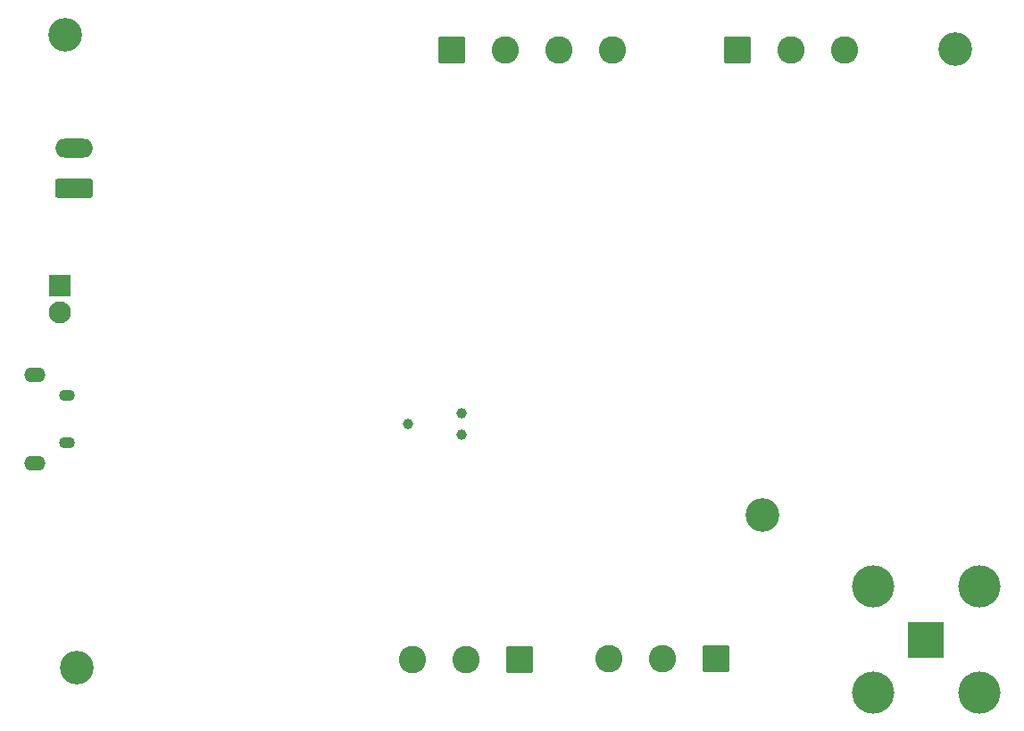
<source format=gbr>
%TF.GenerationSoftware,KiCad,Pcbnew,9.0.6*%
%TF.CreationDate,2025-12-23T13:53:16+01:00*%
%TF.ProjectId,demo wateranalyser,64656d6f-2077-4617-9465-72616e616c79,rev?*%
%TF.SameCoordinates,Original*%
%TF.FileFunction,Soldermask,Bot*%
%TF.FilePolarity,Negative*%
%FSLAX46Y46*%
G04 Gerber Fmt 4.6, Leading zero omitted, Abs format (unit mm)*
G04 Created by KiCad (PCBNEW 9.0.6) date 2025-12-23 13:53:16*
%MOMM*%
%LPD*%
G01*
G04 APERTURE LIST*
G04 Aperture macros list*
%AMRoundRect*
0 Rectangle with rounded corners*
0 $1 Rounding radius*
0 $2 $3 $4 $5 $6 $7 $8 $9 X,Y pos of 4 corners*
0 Add a 4 corners polygon primitive as box body*
4,1,4,$2,$3,$4,$5,$6,$7,$8,$9,$2,$3,0*
0 Add four circle primitives for the rounded corners*
1,1,$1+$1,$2,$3*
1,1,$1+$1,$4,$5*
1,1,$1+$1,$6,$7*
1,1,$1+$1,$8,$9*
0 Add four rect primitives between the rounded corners*
20,1,$1+$1,$2,$3,$4,$5,0*
20,1,$1+$1,$4,$5,$6,$7,0*
20,1,$1+$1,$6,$7,$8,$9,0*
20,1,$1+$1,$8,$9,$2,$3,0*%
G04 Aperture macros list end*
%ADD10O,2.000000X1.400000*%
%ADD11O,1.500000X1.100000*%
%ADD12C,3.200000*%
%ADD13RoundRect,0.250000X-1.050000X-1.050000X1.050000X-1.050000X1.050000X1.050000X-1.050000X1.050000X0*%
%ADD14C,2.600000*%
%ADD15RoundRect,0.250000X1.050000X1.050000X-1.050000X1.050000X-1.050000X-1.050000X1.050000X-1.050000X0*%
%ADD16RoundRect,0.250000X1.550000X-0.650000X1.550000X0.650000X-1.550000X0.650000X-1.550000X-0.650000X0*%
%ADD17O,3.600000X1.800000*%
%ADD18C,0.990600*%
%ADD19RoundRect,0.250001X-0.799999X0.799999X-0.799999X-0.799999X0.799999X-0.799999X0.799999X0.799999X0*%
%ADD20C,2.100000*%
%ADD21R,3.500000X3.500000*%
%ADD22C,4.000000*%
G04 APERTURE END LIST*
D10*
%TO.C,J7*%
X127700000Y-62250000D03*
D11*
X130700000Y-60300000D03*
X130700000Y-55850000D03*
D10*
X127700000Y-53900000D03*
%TD*%
D12*
%TO.C,REF\u002A\u002A*%
X196700000Y-67200000D03*
%TD*%
D13*
%TO.C,J1*%
X167260000Y-23100000D03*
D14*
X172340000Y-23100000D03*
X177420000Y-23100000D03*
X182500000Y-23100000D03*
%TD*%
D15*
%TO.C,J3*%
X173700000Y-80900000D03*
D14*
X168620000Y-80900000D03*
X163540000Y-80900000D03*
%TD*%
D16*
%TO.C,BT1*%
X131400000Y-36200000D03*
D17*
X131400000Y-32390000D03*
%TD*%
D12*
%TO.C,REF\u002A\u002A*%
X131700000Y-81700000D03*
%TD*%
D13*
%TO.C,J2*%
X194340000Y-23100000D03*
D14*
X199420000Y-23100000D03*
X204500000Y-23100000D03*
%TD*%
D12*
%TO.C,REF\u002A\u002A*%
X215000000Y-23000000D03*
%TD*%
%TO.C,REF\u002A\u002A*%
X130600000Y-21600000D03*
%TD*%
D18*
%TO.C,J5*%
X163060000Y-58565000D03*
X168140000Y-57549000D03*
X168140000Y-59581000D03*
%TD*%
D15*
%TO.C,J4*%
X192285000Y-80827500D03*
D14*
X187205000Y-80827500D03*
X182125000Y-80827500D03*
%TD*%
D19*
%TO.C,J8*%
X130100000Y-45460000D03*
D20*
X130100000Y-48000000D03*
%TD*%
D21*
%TO.C,J6*%
X212200000Y-79000000D03*
D22*
X217225000Y-84025000D03*
X217225000Y-73975000D03*
X207175000Y-84025000D03*
X207175000Y-73975000D03*
%TD*%
M02*

</source>
